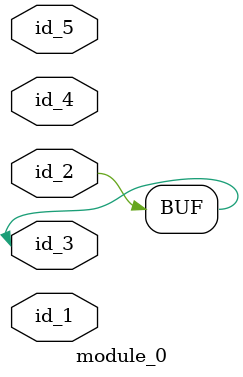
<source format=v>
`define pp_5 0
module module_0 (
    id_1,
    id_2,
    id_3,
    id_4,
    id_5
);
  input id_5;
  inout id_4;
  inout id_3;
  input id_2;
  input id_1;
  always @(*) begin
    id_3 <= id_2;
  end
endmodule

</source>
